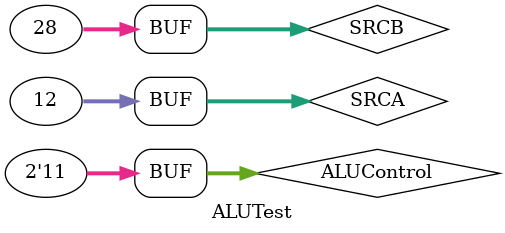
<source format=v>
`timescale 1ns / 1ps

module ALUTest();

    wire[31:0] ALUResult; 
    wire ZeroFlag;
    reg[31:0] SRCA, SRCB;
    reg[1:0] ALUControl;
    ALU dut(ALUResult, ZeroFlag, SRCA, SRCB, ALUControl);
    
    initial begin
        SRCA = 32'd20;
        SRCB = 32'd10;
        ALUControl = 3'b00;    // ADD
        #25
        
        SRCA = 32'd20;
        SRCB = 32'd10;
        ALUControl = 3'b01;    // SUB
        #25
        
        SRCA = 32'd20;
        SRCB = 32'd10;
        ALUControl = 3'b10;    // AND
        #25
        
        SRCA = 32'd12;
        SRCB = 32'd28;
        ALUControl = 3'b11;    // OR
    end
endmodule

</source>
